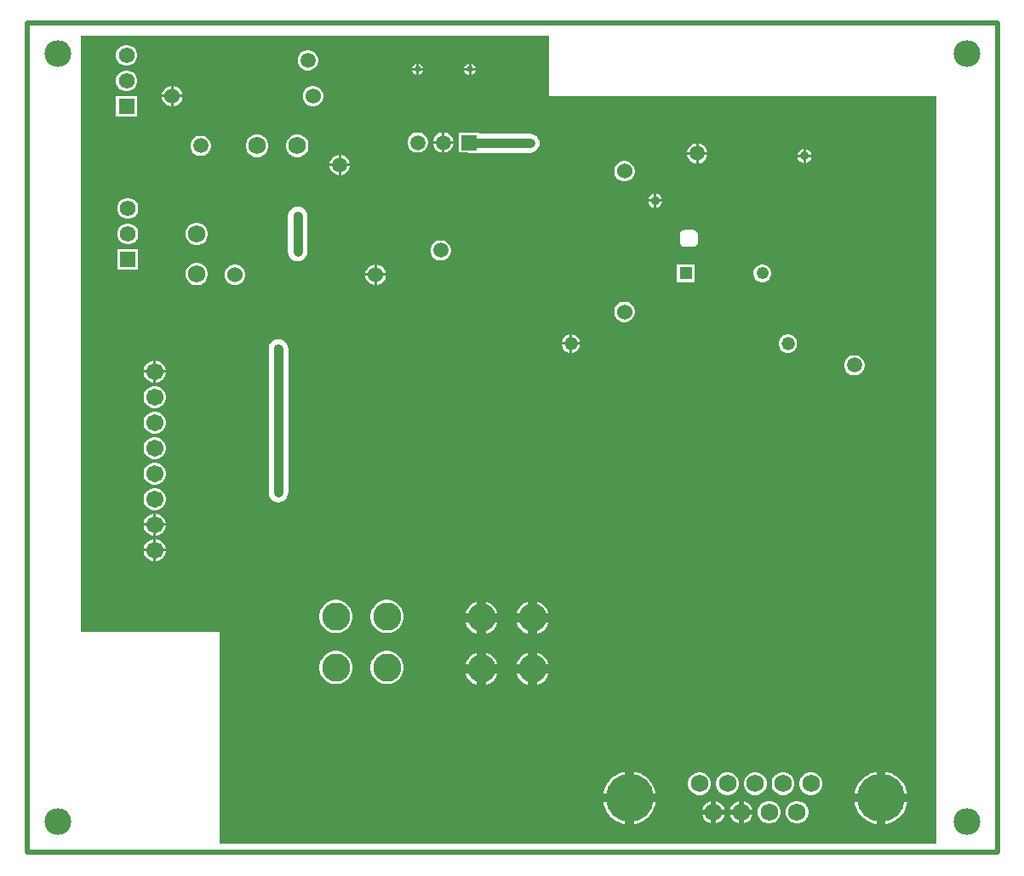
<source format=gbl>
G04*
G04 #@! TF.GenerationSoftware,Altium Limited,Altium Designer,21.7.2 (23)*
G04*
G04 Layer_Physical_Order=2*
G04 Layer_Color=16711680*
%FSLAX25Y25*%
%MOIN*%
G70*
G04*
G04 #@! TF.SameCoordinates,983130B8-92BF-46AA-B9C2-0BED91E800B6*
G04*
G04*
G04 #@! TF.FilePolarity,Positive*
G04*
G01*
G75*
%ADD11C,0.01000*%
%ADD12C,0.02000*%
%ADD26C,0.05200*%
%ADD27R,0.04900X0.04900*%
%ADD28C,0.04900*%
%ADD30C,0.06700*%
%ADD41C,0.03500*%
%ADD45C,0.05906*%
%ADD46C,0.06799*%
%ADD47C,0.06000*%
%ADD48R,0.05937X0.05937*%
%ADD49C,0.05937*%
%ADD50R,0.06201X0.06201*%
%ADD51C,0.06201*%
%ADD52C,0.11000*%
%ADD53C,0.06909*%
%ADD54C,0.18779*%
%ADD55C,0.03500*%
%ADD56C,0.10500*%
%ADD57C,0.02500*%
G36*
X204500Y296500D02*
X356000D01*
Y3500D01*
X75500D01*
Y86500D01*
X21000D01*
Y320000D01*
X204500D01*
Y296500D01*
D02*
G37*
%LPC*%
G36*
X39540Y316600D02*
X38460D01*
X37417Y316321D01*
X36482Y315781D01*
X35719Y315018D01*
X35179Y314083D01*
X34900Y313040D01*
Y311960D01*
X35179Y310917D01*
X35719Y309982D01*
X36482Y309219D01*
X37417Y308679D01*
X38460Y308400D01*
X39540D01*
X40583Y308679D01*
X41518Y309219D01*
X42281Y309982D01*
X42821Y310917D01*
X43100Y311960D01*
Y313040D01*
X42821Y314083D01*
X42281Y315018D01*
X41518Y315781D01*
X40583Y316321D01*
X39540Y316600D01*
D02*
G37*
G36*
X174000Y309243D02*
Y307515D01*
X175728D01*
X175408Y308290D01*
X174775Y308922D01*
X174000Y309243D01*
D02*
G37*
G36*
X173000D02*
X172225Y308922D01*
X171592Y308290D01*
X171272Y307515D01*
X173000D01*
Y309243D01*
D02*
G37*
G36*
X153500Y309228D02*
Y307500D01*
X155228D01*
X154908Y308275D01*
X154274Y308908D01*
X153500Y309228D01*
D02*
G37*
G36*
X152500D02*
X151725Y308908D01*
X151093Y308275D01*
X150772Y307500D01*
X152500D01*
Y309228D01*
D02*
G37*
G36*
X110520Y314453D02*
X109480D01*
X108474Y314183D01*
X107573Y313663D01*
X106837Y312927D01*
X106317Y312026D01*
X106047Y311020D01*
Y309980D01*
X106317Y308974D01*
X106837Y308073D01*
X107573Y307337D01*
X108474Y306817D01*
X109480Y306547D01*
X110520D01*
X111526Y306817D01*
X112427Y307337D01*
X113163Y308073D01*
X113683Y308974D01*
X113953Y309980D01*
Y311020D01*
X113683Y312026D01*
X113163Y312927D01*
X112427Y313663D01*
X111526Y314183D01*
X110520Y314453D01*
D02*
G37*
G36*
X175728Y306515D02*
X174000D01*
Y304787D01*
X174775Y305107D01*
X175408Y305740D01*
X175728Y306515D01*
D02*
G37*
G36*
X173000D02*
X171272D01*
X171592Y305740D01*
X172225Y305107D01*
X173000Y304787D01*
Y306515D01*
D02*
G37*
G36*
X155228Y306500D02*
X153500D01*
Y304772D01*
X154274Y305093D01*
X154908Y305726D01*
X155228Y306500D01*
D02*
G37*
G36*
X152500D02*
X150772D01*
X151093Y305726D01*
X151725Y305093D01*
X152500Y304772D01*
Y306500D01*
D02*
G37*
G36*
X39540Y306600D02*
X38460D01*
X37417Y306321D01*
X36482Y305781D01*
X35719Y305018D01*
X35179Y304083D01*
X34900Y303040D01*
Y301960D01*
X35179Y300917D01*
X35719Y299982D01*
X36482Y299219D01*
X37417Y298679D01*
X38460Y298400D01*
X39540D01*
X40583Y298679D01*
X41518Y299219D01*
X42281Y299982D01*
X42821Y300917D01*
X43100Y301960D01*
Y303040D01*
X42821Y304083D01*
X42281Y305018D01*
X41518Y305781D01*
X40583Y306321D01*
X39540Y306600D01*
D02*
G37*
G36*
X57468Y300500D02*
X57441D01*
Y297000D01*
X60941D01*
Y297027D01*
X60668Y298044D01*
X60142Y298956D01*
X59397Y299701D01*
X58485Y300227D01*
X57468Y300500D01*
D02*
G37*
G36*
X56441D02*
X56414D01*
X55397Y300227D01*
X54485Y299701D01*
X53740Y298956D01*
X53214Y298044D01*
X52941Y297027D01*
Y297000D01*
X56441D01*
Y300500D01*
D02*
G37*
G36*
X112586D02*
X111532D01*
X110515Y300227D01*
X109603Y299701D01*
X108858Y298956D01*
X108332Y298044D01*
X108059Y297027D01*
Y295973D01*
X108332Y294956D01*
X108858Y294044D01*
X109603Y293299D01*
X110515Y292773D01*
X111532Y292500D01*
X112586D01*
X113603Y292773D01*
X114515Y293299D01*
X115260Y294044D01*
X115786Y294956D01*
X116059Y295973D01*
Y297027D01*
X115786Y298044D01*
X115260Y298956D01*
X114515Y299701D01*
X113603Y300227D01*
X112586Y300500D01*
D02*
G37*
G36*
X60941Y296000D02*
X57441D01*
Y292500D01*
X57468D01*
X58485Y292773D01*
X59397Y293299D01*
X60142Y294044D01*
X60668Y294956D01*
X60941Y295973D01*
Y296000D01*
D02*
G37*
G36*
X56441D02*
X52941D01*
Y295973D01*
X53214Y294956D01*
X53740Y294044D01*
X54485Y293299D01*
X55397Y292773D01*
X56414Y292500D01*
X56441D01*
Y296000D01*
D02*
G37*
G36*
X43100Y296600D02*
X34900D01*
Y288400D01*
X43100D01*
Y296600D01*
D02*
G37*
G36*
X163523Y282268D02*
X163500D01*
Y278799D01*
X166969D01*
Y278822D01*
X166698Y279831D01*
X166176Y280736D01*
X165437Y281475D01*
X164532Y281997D01*
X163523Y282268D01*
D02*
G37*
G36*
X162500D02*
X162478D01*
X161468Y281997D01*
X160563Y281475D01*
X159824Y280736D01*
X159302Y279831D01*
X159031Y278822D01*
Y278799D01*
X162500D01*
Y282268D01*
D02*
G37*
G36*
X263020Y277953D02*
X263000D01*
Y274500D01*
X266453D01*
Y274520D01*
X266183Y275526D01*
X265663Y276427D01*
X264927Y277163D01*
X264026Y277683D01*
X263020Y277953D01*
D02*
G37*
G36*
X262000D02*
X261980D01*
X260974Y277683D01*
X260073Y277163D01*
X259337Y276427D01*
X258817Y275526D01*
X258547Y274520D01*
Y274500D01*
X262000D01*
Y277953D01*
D02*
G37*
G36*
X166969Y277799D02*
X163500D01*
Y274331D01*
X163523D01*
X164532Y274601D01*
X165437Y275124D01*
X166176Y275863D01*
X166698Y276767D01*
X166969Y277777D01*
Y277799D01*
D02*
G37*
G36*
X162500D02*
X159031D01*
Y277777D01*
X159302Y276767D01*
X159824Y275863D01*
X160563Y275124D01*
X161468Y274601D01*
X162478Y274331D01*
X162500D01*
Y277799D01*
D02*
G37*
G36*
X153523Y282268D02*
X152478D01*
X151468Y281997D01*
X150563Y281475D01*
X149824Y280736D01*
X149302Y279831D01*
X149031Y278822D01*
Y277777D01*
X149302Y276767D01*
X149824Y275863D01*
X150563Y275124D01*
X151468Y274601D01*
X152478Y274331D01*
X153523D01*
X154532Y274601D01*
X155437Y275124D01*
X156176Y275863D01*
X156698Y276767D01*
X156968Y277777D01*
Y278822D01*
X156698Y279831D01*
X156176Y280736D01*
X155437Y281475D01*
X154532Y281997D01*
X153523Y282268D01*
D02*
G37*
G36*
X176969D02*
X169032D01*
Y274331D01*
X172440D01*
X173299Y274218D01*
X197000D01*
X197979Y274346D01*
X198891Y274724D01*
X199674Y275325D01*
X200276Y276109D01*
X200654Y277021D01*
X200782Y278000D01*
X200654Y278979D01*
X200276Y279891D01*
X199674Y280675D01*
X198891Y281276D01*
X197979Y281653D01*
X197000Y281782D01*
X176969D01*
Y282268D01*
D02*
G37*
G36*
X305000Y275713D02*
Y273500D01*
X307213D01*
X307063Y274061D01*
X306701Y274689D01*
X306189Y275201D01*
X305561Y275563D01*
X305000Y275713D01*
D02*
G37*
G36*
X304000D02*
X303438Y275563D01*
X302812Y275201D01*
X302299Y274689D01*
X301937Y274061D01*
X301787Y273500D01*
X304000D01*
Y275713D01*
D02*
G37*
G36*
X68520Y280953D02*
X67480D01*
X66474Y280683D01*
X65573Y280163D01*
X64837Y279427D01*
X64317Y278526D01*
X64047Y277520D01*
Y276480D01*
X64317Y275474D01*
X64837Y274573D01*
X65573Y273837D01*
X66474Y273317D01*
X67480Y273047D01*
X68520D01*
X69526Y273317D01*
X70427Y273837D01*
X71163Y274573D01*
X71683Y275474D01*
X71953Y276480D01*
Y277520D01*
X71683Y278526D01*
X71163Y279427D01*
X70427Y280163D01*
X69526Y280683D01*
X68520Y280953D01*
D02*
G37*
G36*
X106453Y281400D02*
X105295D01*
X104176Y281100D01*
X103173Y280521D01*
X102354Y279701D01*
X101774Y278698D01*
X101474Y277579D01*
Y276421D01*
X101774Y275302D01*
X102354Y274299D01*
X103173Y273479D01*
X104176Y272900D01*
X105295Y272600D01*
X106453D01*
X107572Y272900D01*
X108575Y273479D01*
X109395Y274299D01*
X109974Y275302D01*
X110274Y276421D01*
Y277579D01*
X109974Y278698D01*
X109395Y279701D01*
X108575Y280521D01*
X107572Y281100D01*
X106453Y281400D01*
D02*
G37*
G36*
X90705D02*
X89547D01*
X88428Y281100D01*
X87425Y280521D01*
X86605Y279701D01*
X86026Y278698D01*
X85726Y277579D01*
Y276421D01*
X86026Y275302D01*
X86605Y274299D01*
X87425Y273479D01*
X88428Y272900D01*
X89547Y272600D01*
X90705D01*
X91824Y272900D01*
X92827Y273479D01*
X93647Y274299D01*
X94226Y275302D01*
X94526Y276421D01*
Y277579D01*
X94226Y278698D01*
X93647Y279701D01*
X92827Y280521D01*
X91824Y281100D01*
X90705Y281400D01*
D02*
G37*
G36*
X307213Y272500D02*
X305000D01*
Y270287D01*
X305561Y270437D01*
X306189Y270799D01*
X306701Y271311D01*
X307063Y271938D01*
X307213Y272500D01*
D02*
G37*
G36*
X304000D02*
X301787D01*
X301937Y271938D01*
X302299Y271311D01*
X302812Y270799D01*
X303438Y270437D01*
X304000Y270287D01*
Y272500D01*
D02*
G37*
G36*
X266453Y273500D02*
X263000D01*
Y270047D01*
X263020D01*
X264026Y270317D01*
X264927Y270837D01*
X265663Y271573D01*
X266183Y272474D01*
X266453Y273480D01*
Y273500D01*
D02*
G37*
G36*
X262000D02*
X258547D01*
Y273480D01*
X258817Y272474D01*
X259337Y271573D01*
X260073Y270837D01*
X260974Y270317D01*
X261980Y270047D01*
X262000D01*
Y273500D01*
D02*
G37*
G36*
X123020Y273453D02*
X123000D01*
Y270000D01*
X126453D01*
Y270020D01*
X126183Y271026D01*
X125663Y271927D01*
X124927Y272663D01*
X124026Y273183D01*
X123020Y273453D01*
D02*
G37*
G36*
X122000D02*
X121980D01*
X120974Y273183D01*
X120073Y272663D01*
X119337Y271927D01*
X118817Y271026D01*
X118547Y270020D01*
Y270000D01*
X122000D01*
Y273453D01*
D02*
G37*
G36*
X126453Y269000D02*
X123000D01*
Y265547D01*
X123020D01*
X124026Y265817D01*
X124927Y266337D01*
X125663Y267073D01*
X126183Y267974D01*
X126453Y268980D01*
Y269000D01*
D02*
G37*
G36*
X122000D02*
X118547D01*
Y268980D01*
X118817Y267974D01*
X119337Y267073D01*
X120073Y266337D01*
X120974Y265817D01*
X121980Y265547D01*
X122000D01*
Y269000D01*
D02*
G37*
G36*
X234527Y271059D02*
X233473D01*
X232456Y270786D01*
X231544Y270260D01*
X230799Y269515D01*
X230273Y268603D01*
X230000Y267586D01*
Y266532D01*
X230273Y265515D01*
X230799Y264603D01*
X231544Y263858D01*
X232456Y263332D01*
X233473Y263059D01*
X234527D01*
X235544Y263332D01*
X236456Y263858D01*
X237201Y264603D01*
X237727Y265515D01*
X238000Y266532D01*
Y267586D01*
X237727Y268603D01*
X237201Y269515D01*
X236456Y270260D01*
X235544Y270786D01*
X234527Y271059D01*
D02*
G37*
G36*
X246500Y258213D02*
Y256000D01*
X248713D01*
X248563Y256561D01*
X248201Y257189D01*
X247689Y257701D01*
X247061Y258063D01*
X246500Y258213D01*
D02*
G37*
G36*
X245500D02*
X244938Y258063D01*
X244311Y257701D01*
X243799Y257189D01*
X243437Y256561D01*
X243287Y256000D01*
X245500D01*
Y258213D01*
D02*
G37*
G36*
X248713Y255000D02*
X246500D01*
Y252787D01*
X247061Y252937D01*
X247689Y253299D01*
X248201Y253812D01*
X248563Y254438D01*
X248713Y255000D01*
D02*
G37*
G36*
X245500D02*
X243287D01*
X243437Y254438D01*
X243799Y253812D01*
X244311Y253299D01*
X244938Y252937D01*
X245500Y252787D01*
Y255000D01*
D02*
G37*
G36*
X40040Y256600D02*
X38960D01*
X37917Y256321D01*
X36982Y255781D01*
X36219Y255018D01*
X35679Y254083D01*
X35400Y253040D01*
Y251960D01*
X35679Y250917D01*
X36219Y249982D01*
X36982Y249219D01*
X37917Y248679D01*
X38960Y248400D01*
X40040D01*
X41083Y248679D01*
X42018Y249219D01*
X42781Y249982D01*
X43321Y250917D01*
X43600Y251960D01*
Y253040D01*
X43321Y254083D01*
X42781Y255018D01*
X42018Y255781D01*
X41083Y256321D01*
X40040Y256600D01*
D02*
G37*
G36*
Y246600D02*
X38960D01*
X37917Y246321D01*
X36982Y245781D01*
X36219Y245018D01*
X35679Y244083D01*
X35400Y243040D01*
Y241960D01*
X35679Y240917D01*
X36219Y239982D01*
X36982Y239219D01*
X37917Y238679D01*
X38960Y238400D01*
X40040D01*
X41083Y238679D01*
X42018Y239219D01*
X42781Y239982D01*
X43321Y240917D01*
X43600Y241960D01*
Y243040D01*
X43321Y244083D01*
X42781Y245018D01*
X42018Y245781D01*
X41083Y246321D01*
X40040Y246600D01*
D02*
G37*
G36*
X67079Y246900D02*
X65921D01*
X64802Y246600D01*
X63799Y246021D01*
X62979Y245201D01*
X62400Y244198D01*
X62100Y243079D01*
Y241921D01*
X62400Y240802D01*
X62979Y239799D01*
X63799Y238979D01*
X64802Y238400D01*
X65921Y238100D01*
X67079D01*
X68198Y238400D01*
X69201Y238979D01*
X70021Y239799D01*
X70600Y240802D01*
X70900Y241921D01*
Y243079D01*
X70600Y244198D01*
X70021Y245201D01*
X69201Y246021D01*
X68198Y246600D01*
X67079Y246900D01*
D02*
G37*
G36*
X260835Y244130D02*
X257685D01*
X256905Y243974D01*
X256243Y243532D01*
X255801Y242871D01*
X255646Y242091D01*
Y239531D01*
X255801Y238751D01*
X256243Y238090D01*
X256905Y237648D01*
X257685Y237492D01*
X260835D01*
X261615Y237648D01*
X262277Y238090D01*
X262719Y238751D01*
X262874Y239531D01*
Y242091D01*
X262719Y242871D01*
X262277Y243532D01*
X261615Y243974D01*
X260835Y244130D01*
D02*
G37*
G36*
X162520Y239953D02*
X161480D01*
X160474Y239683D01*
X159573Y239163D01*
X158837Y238427D01*
X158317Y237526D01*
X158047Y236520D01*
Y235480D01*
X158317Y234474D01*
X158837Y233573D01*
X159573Y232837D01*
X160474Y232317D01*
X161480Y232047D01*
X162520D01*
X163526Y232317D01*
X164427Y232837D01*
X165163Y233573D01*
X165683Y234474D01*
X165953Y235480D01*
Y236520D01*
X165683Y237526D01*
X165163Y238427D01*
X164427Y239163D01*
X163526Y239683D01*
X162520Y239953D01*
D02*
G37*
G36*
X106000Y253282D02*
X105021Y253153D01*
X104109Y252776D01*
X103325Y252174D01*
X102724Y251391D01*
X102347Y250479D01*
X102218Y249500D01*
Y235500D01*
X102347Y234521D01*
X102724Y233609D01*
X103325Y232825D01*
X104109Y232224D01*
X105021Y231846D01*
X106000Y231718D01*
X106979Y231846D01*
X107891Y232224D01*
X108675Y232825D01*
X109276Y233609D01*
X109653Y234521D01*
X109782Y235500D01*
Y249500D01*
X109653Y250479D01*
X109276Y251391D01*
X108675Y252174D01*
X107891Y252776D01*
X106979Y253153D01*
X106000Y253282D01*
D02*
G37*
G36*
X43600Y236600D02*
X35400D01*
Y228400D01*
X43600D01*
Y236600D01*
D02*
G37*
G36*
X137086Y230500D02*
X137059D01*
Y227000D01*
X140559D01*
Y227027D01*
X140286Y228044D01*
X139760Y228956D01*
X139015Y229701D01*
X138103Y230227D01*
X137086Y230500D01*
D02*
G37*
G36*
X136059D02*
X136032D01*
X135015Y230227D01*
X134103Y229701D01*
X133358Y228956D01*
X132832Y228044D01*
X132559Y227027D01*
Y227000D01*
X136059D01*
Y230500D01*
D02*
G37*
G36*
X288454Y230450D02*
X287546D01*
X286668Y230215D01*
X285882Y229761D01*
X285239Y229118D01*
X284785Y228332D01*
X284550Y227454D01*
Y226546D01*
X284785Y225668D01*
X285239Y224882D01*
X285882Y224239D01*
X286668Y223785D01*
X287546Y223550D01*
X288454D01*
X289332Y223785D01*
X290118Y224239D01*
X290761Y224882D01*
X291215Y225668D01*
X291450Y226546D01*
Y227454D01*
X291215Y228332D01*
X290761Y229118D01*
X290118Y229761D01*
X289332Y230215D01*
X288454Y230450D01*
D02*
G37*
G36*
X261450D02*
X254550D01*
Y223550D01*
X261450D01*
Y230450D01*
D02*
G37*
G36*
X140559Y226000D02*
X137059D01*
Y222500D01*
X137086D01*
X138103Y222773D01*
X139015Y223299D01*
X139760Y224044D01*
X140286Y224956D01*
X140559Y225973D01*
Y226000D01*
D02*
G37*
G36*
X136059D02*
X132559D01*
Y225973D01*
X132832Y224956D01*
X133358Y224044D01*
X134103Y223299D01*
X135015Y222773D01*
X136032Y222500D01*
X136059D01*
Y226000D01*
D02*
G37*
G36*
X81968Y230500D02*
X80914D01*
X79897Y230227D01*
X78985Y229701D01*
X78240Y228956D01*
X77714Y228044D01*
X77441Y227027D01*
Y225973D01*
X77714Y224956D01*
X78240Y224044D01*
X78985Y223299D01*
X79897Y222773D01*
X80914Y222500D01*
X81968D01*
X82985Y222773D01*
X83897Y223299D01*
X84642Y224044D01*
X85168Y224956D01*
X85441Y225973D01*
Y227027D01*
X85168Y228044D01*
X84642Y228956D01*
X83897Y229701D01*
X82985Y230227D01*
X81968Y230500D01*
D02*
G37*
G36*
X67079Y231152D02*
X65921D01*
X64802Y230852D01*
X63799Y230273D01*
X62979Y229453D01*
X62400Y228450D01*
X62100Y227331D01*
Y226173D01*
X62400Y225054D01*
X62979Y224050D01*
X63799Y223231D01*
X64802Y222652D01*
X65921Y222352D01*
X67079D01*
X68198Y222652D01*
X69201Y223231D01*
X70021Y224050D01*
X70600Y225054D01*
X70900Y226173D01*
Y227331D01*
X70600Y228450D01*
X70021Y229453D01*
X69201Y230273D01*
X68198Y230852D01*
X67079Y231152D01*
D02*
G37*
G36*
X234527Y215941D02*
X233473D01*
X232456Y215668D01*
X231544Y215142D01*
X230799Y214397D01*
X230273Y213485D01*
X230000Y212468D01*
Y211414D01*
X230273Y210397D01*
X230799Y209485D01*
X231544Y208740D01*
X232456Y208214D01*
X233473Y207941D01*
X234527D01*
X235544Y208214D01*
X236456Y208740D01*
X237201Y209485D01*
X237727Y210397D01*
X238000Y211414D01*
Y212468D01*
X237727Y213485D01*
X237201Y214397D01*
X236456Y215142D01*
X235544Y215668D01*
X234527Y215941D01*
D02*
G37*
G36*
X213500Y203093D02*
Y200000D01*
X216593D01*
X216355Y200890D01*
X215881Y201710D01*
X215210Y202381D01*
X214390Y202855D01*
X213500Y203093D01*
D02*
G37*
G36*
X212500D02*
X211610Y202855D01*
X210790Y202381D01*
X210119Y201710D01*
X209645Y200890D01*
X209407Y200000D01*
X212500D01*
Y203093D01*
D02*
G37*
G36*
X216593Y199000D02*
X213500D01*
Y195907D01*
X214390Y196145D01*
X215210Y196619D01*
X215881Y197290D01*
X216355Y198110D01*
X216593Y199000D01*
D02*
G37*
G36*
X212500D02*
X209407D01*
X209645Y198110D01*
X210119Y197290D01*
X210790Y196619D01*
X211610Y196145D01*
X212500Y195907D01*
Y199000D01*
D02*
G37*
G36*
X298474Y203100D02*
X297526D01*
X296610Y202855D01*
X295790Y202381D01*
X295119Y201710D01*
X294645Y200890D01*
X294400Y199974D01*
Y199026D01*
X294645Y198110D01*
X295119Y197290D01*
X295790Y196619D01*
X296610Y196145D01*
X297526Y195900D01*
X298474D01*
X299390Y196145D01*
X300210Y196619D01*
X300881Y197290D01*
X301355Y198110D01*
X301600Y199026D01*
Y199974D01*
X301355Y200890D01*
X300881Y201710D01*
X300210Y202381D01*
X299390Y202855D01*
X298474Y203100D01*
D02*
G37*
G36*
X50573Y192850D02*
X50500D01*
Y189000D01*
X54350D01*
Y189073D01*
X54054Y190179D01*
X53481Y191171D01*
X52671Y191981D01*
X51679Y192554D01*
X50573Y192850D01*
D02*
G37*
G36*
X49500D02*
X49427D01*
X48321Y192554D01*
X47329Y191981D01*
X46519Y191171D01*
X45946Y190179D01*
X45650Y189073D01*
Y189000D01*
X49500D01*
Y192850D01*
D02*
G37*
G36*
X324520Y194953D02*
X323480D01*
X322474Y194683D01*
X321573Y194163D01*
X320837Y193427D01*
X320317Y192526D01*
X320047Y191520D01*
Y190480D01*
X320317Y189474D01*
X320837Y188573D01*
X321573Y187837D01*
X322474Y187317D01*
X323480Y187047D01*
X324520D01*
X325526Y187317D01*
X326427Y187837D01*
X327163Y188573D01*
X327683Y189474D01*
X327953Y190480D01*
Y191520D01*
X327683Y192526D01*
X327163Y193427D01*
X326427Y194163D01*
X325526Y194683D01*
X324520Y194953D01*
D02*
G37*
G36*
X54350Y188000D02*
X50500D01*
Y184150D01*
X50573D01*
X51679Y184446D01*
X52671Y185019D01*
X53481Y185829D01*
X54054Y186821D01*
X54350Y187927D01*
Y188000D01*
D02*
G37*
G36*
X49500D02*
X45650D01*
Y187927D01*
X45946Y186821D01*
X46519Y185829D01*
X47329Y185019D01*
X48321Y184446D01*
X49427Y184150D01*
X49500D01*
Y188000D01*
D02*
G37*
G36*
X50573Y182850D02*
X49427D01*
X48321Y182554D01*
X47329Y181981D01*
X46519Y181171D01*
X45946Y180179D01*
X45650Y179073D01*
Y177927D01*
X45946Y176821D01*
X46519Y175829D01*
X47329Y175019D01*
X48321Y174446D01*
X49427Y174150D01*
X50573D01*
X51679Y174446D01*
X52671Y175019D01*
X53481Y175829D01*
X54054Y176821D01*
X54350Y177927D01*
Y179073D01*
X54054Y180179D01*
X53481Y181171D01*
X52671Y181981D01*
X51679Y182554D01*
X50573Y182850D01*
D02*
G37*
G36*
Y172850D02*
X49427D01*
X48321Y172554D01*
X47329Y171981D01*
X46519Y171171D01*
X45946Y170179D01*
X45650Y169073D01*
Y167927D01*
X45946Y166821D01*
X46519Y165829D01*
X47329Y165019D01*
X48321Y164446D01*
X49427Y164150D01*
X50573D01*
X51679Y164446D01*
X52671Y165019D01*
X53481Y165829D01*
X54054Y166821D01*
X54350Y167927D01*
Y169073D01*
X54054Y170179D01*
X53481Y171171D01*
X52671Y171981D01*
X51679Y172554D01*
X50573Y172850D01*
D02*
G37*
G36*
Y162850D02*
X49427D01*
X48321Y162554D01*
X47329Y161981D01*
X46519Y161171D01*
X45946Y160179D01*
X45650Y159073D01*
Y157927D01*
X45946Y156821D01*
X46519Y155829D01*
X47329Y155019D01*
X48321Y154446D01*
X49427Y154150D01*
X50573D01*
X51679Y154446D01*
X52671Y155019D01*
X53481Y155829D01*
X54054Y156821D01*
X54350Y157927D01*
Y159073D01*
X54054Y160179D01*
X53481Y161171D01*
X52671Y161981D01*
X51679Y162554D01*
X50573Y162850D01*
D02*
G37*
G36*
Y152850D02*
X49427D01*
X48321Y152554D01*
X47329Y151981D01*
X46519Y151171D01*
X45946Y150179D01*
X45650Y149073D01*
Y147927D01*
X45946Y146821D01*
X46519Y145829D01*
X47329Y145019D01*
X48321Y144446D01*
X49427Y144150D01*
X50573D01*
X51679Y144446D01*
X52671Y145019D01*
X53481Y145829D01*
X54054Y146821D01*
X54350Y147927D01*
Y149073D01*
X54054Y150179D01*
X53481Y151171D01*
X52671Y151981D01*
X51679Y152554D01*
X50573Y152850D01*
D02*
G37*
G36*
X98500Y201282D02*
X97521Y201153D01*
X96609Y200776D01*
X95825Y200174D01*
X95224Y199391D01*
X94846Y198479D01*
X94718Y197500D01*
Y141000D01*
X94846Y140021D01*
X95224Y139109D01*
X95825Y138326D01*
X96609Y137724D01*
X97521Y137346D01*
X98500Y137218D01*
X99479Y137346D01*
X100391Y137724D01*
X101174Y138326D01*
X101776Y139109D01*
X102154Y140021D01*
X102282Y141000D01*
Y197500D01*
X102154Y198479D01*
X101776Y199391D01*
X101174Y200174D01*
X100391Y200776D01*
X99479Y201153D01*
X98500Y201282D01*
D02*
G37*
G36*
X50573Y142850D02*
X49427D01*
X48321Y142554D01*
X47329Y141981D01*
X46519Y141171D01*
X45946Y140179D01*
X45650Y139073D01*
Y137927D01*
X45946Y136821D01*
X46519Y135829D01*
X47329Y135019D01*
X48321Y134446D01*
X49427Y134150D01*
X50573D01*
X51679Y134446D01*
X52671Y135019D01*
X53481Y135829D01*
X54054Y136821D01*
X54350Y137927D01*
Y139073D01*
X54054Y140179D01*
X53481Y141171D01*
X52671Y141981D01*
X51679Y142554D01*
X50573Y142850D01*
D02*
G37*
G36*
Y132850D02*
X50500D01*
Y129000D01*
X54350D01*
Y129073D01*
X54054Y130179D01*
X53481Y131171D01*
X52671Y131981D01*
X51679Y132554D01*
X50573Y132850D01*
D02*
G37*
G36*
X49500D02*
X49427D01*
X48321Y132554D01*
X47329Y131981D01*
X46519Y131171D01*
X45946Y130179D01*
X45650Y129073D01*
Y129000D01*
X49500D01*
Y132850D01*
D02*
G37*
G36*
X54350Y128000D02*
X50500D01*
Y124150D01*
X50573D01*
X51679Y124446D01*
X52671Y125019D01*
X53481Y125829D01*
X54054Y126821D01*
X54350Y127927D01*
Y128000D01*
D02*
G37*
G36*
X49500D02*
X45650D01*
Y127927D01*
X45946Y126821D01*
X46519Y125829D01*
X47329Y125019D01*
X48321Y124446D01*
X49427Y124150D01*
X49500D01*
Y128000D01*
D02*
G37*
G36*
X50573Y122850D02*
X50500D01*
Y119000D01*
X54350D01*
Y119073D01*
X54054Y120179D01*
X53481Y121171D01*
X52671Y121981D01*
X51679Y122554D01*
X50573Y122850D01*
D02*
G37*
G36*
X49500D02*
X49427D01*
X48321Y122554D01*
X47329Y121981D01*
X46519Y121171D01*
X45946Y120179D01*
X45650Y119073D01*
Y119000D01*
X49500D01*
Y122850D01*
D02*
G37*
G36*
X54350Y118000D02*
X50500D01*
Y114150D01*
X50573D01*
X51679Y114446D01*
X52671Y115019D01*
X53481Y115829D01*
X54054Y116821D01*
X54350Y117927D01*
Y118000D01*
D02*
G37*
G36*
X49500D02*
X45650D01*
Y117927D01*
X45946Y116821D01*
X46519Y115829D01*
X47329Y115019D01*
X48321Y114446D01*
X49427Y114150D01*
X49500D01*
Y118000D01*
D02*
G37*
G36*
X199750Y98279D02*
Y93750D01*
X204279D01*
X204250Y93896D01*
X203760Y95079D01*
X203049Y96144D01*
X202144Y97049D01*
X201079Y97760D01*
X199896Y98250D01*
X199750Y98279D01*
D02*
G37*
G36*
X179750D02*
Y93750D01*
X184279D01*
X184250Y93896D01*
X183760Y95079D01*
X183049Y96144D01*
X182143Y97049D01*
X181079Y97760D01*
X179896Y98250D01*
X179750Y98279D01*
D02*
G37*
G36*
X176250D02*
X176104Y98250D01*
X174921Y97760D01*
X173856Y97049D01*
X172951Y96144D01*
X172240Y95079D01*
X171750Y93896D01*
X171721Y93750D01*
X176250D01*
Y98279D01*
D02*
G37*
G36*
X196250D02*
X196104Y98250D01*
X194921Y97760D01*
X193857Y97049D01*
X192951Y96144D01*
X192240Y95079D01*
X191750Y93896D01*
X191721Y93750D01*
X196250D01*
Y98279D01*
D02*
G37*
G36*
X141640Y99000D02*
X140360D01*
X139104Y98750D01*
X137921Y98260D01*
X136856Y97549D01*
X135951Y96644D01*
X135240Y95579D01*
X134750Y94396D01*
X134500Y93140D01*
Y91860D01*
X134750Y90604D01*
X135240Y89421D01*
X135951Y88357D01*
X136856Y87451D01*
X137921Y86740D01*
X139104Y86250D01*
X140360Y86000D01*
X141640D01*
X142896Y86250D01*
X144079Y86740D01*
X145143Y87451D01*
X146049Y88357D01*
X146760Y89421D01*
X147250Y90604D01*
X147500Y91860D01*
Y93140D01*
X147250Y94396D01*
X146760Y95579D01*
X146049Y96644D01*
X145143Y97549D01*
X144079Y98260D01*
X142896Y98750D01*
X141640Y99000D01*
D02*
G37*
G36*
X121640D02*
X120360D01*
X119104Y98750D01*
X117921Y98260D01*
X116857Y97549D01*
X115951Y96644D01*
X115240Y95579D01*
X114750Y94396D01*
X114500Y93140D01*
Y91860D01*
X114750Y90604D01*
X115240Y89421D01*
X115951Y88357D01*
X116857Y87451D01*
X117921Y86740D01*
X119104Y86250D01*
X120360Y86000D01*
X121640D01*
X122896Y86250D01*
X124079Y86740D01*
X125144Y87451D01*
X126049Y88357D01*
X126760Y89421D01*
X127250Y90604D01*
X127500Y91860D01*
Y93140D01*
X127250Y94396D01*
X126760Y95579D01*
X126049Y96644D01*
X125144Y97549D01*
X124079Y98260D01*
X122896Y98750D01*
X121640Y99000D01*
D02*
G37*
G36*
X204279Y90250D02*
X199750D01*
Y85721D01*
X199896Y85750D01*
X201079Y86240D01*
X202144Y86951D01*
X203049Y87857D01*
X203760Y88921D01*
X204250Y90104D01*
X204279Y90250D01*
D02*
G37*
G36*
X184279D02*
X179750D01*
Y85721D01*
X179896Y85750D01*
X181079Y86240D01*
X182143Y86951D01*
X183049Y87857D01*
X183760Y88921D01*
X184250Y90104D01*
X184279Y90250D01*
D02*
G37*
G36*
X176250D02*
X171721D01*
X171750Y90104D01*
X172240Y88921D01*
X172951Y87857D01*
X173856Y86951D01*
X174921Y86240D01*
X176104Y85750D01*
X176250Y85721D01*
Y90250D01*
D02*
G37*
G36*
X196250D02*
X191721D01*
X191750Y90104D01*
X192240Y88921D01*
X192951Y87857D01*
X193857Y86951D01*
X194921Y86240D01*
X196104Y85750D01*
X196250Y85721D01*
Y90250D01*
D02*
G37*
G36*
X199750Y78279D02*
Y73750D01*
X204279D01*
X204250Y73896D01*
X203760Y75079D01*
X203049Y76143D01*
X202144Y77049D01*
X201079Y77760D01*
X199896Y78250D01*
X199750Y78279D01*
D02*
G37*
G36*
X179750D02*
Y73750D01*
X184279D01*
X184250Y73896D01*
X183760Y75079D01*
X183049Y76143D01*
X182143Y77049D01*
X181079Y77760D01*
X179896Y78250D01*
X179750Y78279D01*
D02*
G37*
G36*
X176250D02*
X176104Y78250D01*
X174921Y77760D01*
X173856Y77049D01*
X172951Y76143D01*
X172240Y75079D01*
X171750Y73896D01*
X171721Y73750D01*
X176250D01*
Y78279D01*
D02*
G37*
G36*
X196250D02*
X196104Y78250D01*
X194921Y77760D01*
X193857Y77049D01*
X192951Y76143D01*
X192240Y75079D01*
X191750Y73896D01*
X191721Y73750D01*
X196250D01*
Y78279D01*
D02*
G37*
G36*
X141640Y79000D02*
X140360D01*
X139104Y78750D01*
X137921Y78260D01*
X136856Y77549D01*
X135951Y76644D01*
X135240Y75579D01*
X134750Y74396D01*
X134500Y73140D01*
Y71860D01*
X134750Y70604D01*
X135240Y69421D01*
X135951Y68357D01*
X136856Y67451D01*
X137921Y66740D01*
X139104Y66250D01*
X140360Y66000D01*
X141640D01*
X142896Y66250D01*
X144079Y66740D01*
X145143Y67451D01*
X146049Y68357D01*
X146760Y69421D01*
X147250Y70604D01*
X147500Y71860D01*
Y73140D01*
X147250Y74396D01*
X146760Y75579D01*
X146049Y76644D01*
X145143Y77549D01*
X144079Y78260D01*
X142896Y78750D01*
X141640Y79000D01*
D02*
G37*
G36*
X121640D02*
X120360D01*
X119104Y78750D01*
X117921Y78260D01*
X116857Y77549D01*
X115951Y76644D01*
X115240Y75579D01*
X114750Y74396D01*
X114500Y73140D01*
Y71860D01*
X114750Y70604D01*
X115240Y69421D01*
X115951Y68357D01*
X116857Y67451D01*
X117921Y66740D01*
X119104Y66250D01*
X120360Y66000D01*
X121640D01*
X122896Y66250D01*
X124079Y66740D01*
X125144Y67451D01*
X126049Y68357D01*
X126760Y69421D01*
X127250Y70604D01*
X127500Y71860D01*
Y73140D01*
X127250Y74396D01*
X126760Y75579D01*
X126049Y76644D01*
X125144Y77549D01*
X124079Y78260D01*
X122896Y78750D01*
X121640Y79000D01*
D02*
G37*
G36*
X204279Y70250D02*
X199750D01*
Y65721D01*
X199896Y65750D01*
X201079Y66240D01*
X202144Y66951D01*
X203049Y67857D01*
X203760Y68921D01*
X204250Y70104D01*
X204279Y70250D01*
D02*
G37*
G36*
X184279D02*
X179750D01*
Y65721D01*
X179896Y65750D01*
X181079Y66240D01*
X182143Y66951D01*
X183049Y67857D01*
X183760Y68921D01*
X184250Y70104D01*
X184279Y70250D01*
D02*
G37*
G36*
X176250D02*
X171721D01*
X171750Y70104D01*
X172240Y68921D01*
X172951Y67857D01*
X173856Y66951D01*
X174921Y66240D01*
X176104Y65750D01*
X176250Y65721D01*
Y70250D01*
D02*
G37*
G36*
X196250D02*
X191721D01*
X191750Y70104D01*
X192240Y68921D01*
X192951Y67857D01*
X193857Y66951D01*
X194921Y66240D01*
X196104Y65750D01*
X196250Y65721D01*
Y70250D01*
D02*
G37*
G36*
X336152Y31651D02*
Y23159D01*
X344644D01*
X344535Y23842D01*
X344030Y25398D01*
X343288Y26855D01*
X342326Y28178D01*
X341170Y29334D01*
X339847Y30296D01*
X338390Y31038D01*
X336835Y31543D01*
X336152Y31651D01*
D02*
G37*
G36*
X332652D02*
X331969Y31543D01*
X330413Y31038D01*
X328956Y30296D01*
X327633Y29334D01*
X326477Y28178D01*
X325516Y26855D01*
X324773Y25398D01*
X324268Y23842D01*
X324160Y23159D01*
X332652D01*
Y31651D01*
D02*
G37*
G36*
X237726D02*
Y23159D01*
X246218D01*
X246110Y23842D01*
X245605Y25398D01*
X244863Y26855D01*
X243901Y28178D01*
X242745Y29334D01*
X241422Y30296D01*
X239965Y31038D01*
X238409Y31543D01*
X237726Y31651D01*
D02*
G37*
G36*
X234226D02*
X233543Y31543D01*
X231988Y31038D01*
X230531Y30296D01*
X229208Y29334D01*
X228051Y28178D01*
X227090Y26855D01*
X226348Y25398D01*
X225842Y23842D01*
X225734Y23159D01*
X234226D01*
Y31651D01*
D02*
G37*
G36*
X307587Y31455D02*
X306414D01*
X305280Y31151D01*
X304265Y30565D01*
X303435Y29735D01*
X302849Y28719D01*
X302545Y27586D01*
Y26414D01*
X302849Y25280D01*
X303435Y24265D01*
X304265Y23435D01*
X305280Y22849D01*
X306414Y22545D01*
X307587D01*
X308719Y22849D01*
X309735Y23435D01*
X310565Y24265D01*
X311151Y25280D01*
X311455Y26414D01*
Y27586D01*
X311151Y28719D01*
X310565Y29735D01*
X309735Y30565D01*
X308719Y31151D01*
X307587Y31455D01*
D02*
G37*
G36*
X296681D02*
X295508D01*
X294375Y31151D01*
X293359Y30565D01*
X292530Y29735D01*
X291943Y28719D01*
X291640Y27586D01*
Y26414D01*
X291943Y25280D01*
X292530Y24265D01*
X293359Y23435D01*
X294375Y22849D01*
X295508Y22545D01*
X296681D01*
X297814Y22849D01*
X298830Y23435D01*
X299659Y24265D01*
X300246Y25280D01*
X300549Y26414D01*
Y27586D01*
X300246Y28719D01*
X299659Y29735D01*
X298830Y30565D01*
X297814Y31151D01*
X296681Y31455D01*
D02*
G37*
G36*
X285775D02*
X284602D01*
X283470Y31151D01*
X282454Y30565D01*
X281624Y29735D01*
X281038Y28719D01*
X280734Y27586D01*
Y26414D01*
X281038Y25280D01*
X281624Y24265D01*
X282454Y23435D01*
X283470Y22849D01*
X284602Y22545D01*
X285775D01*
X286908Y22849D01*
X287924Y23435D01*
X288754Y24265D01*
X289340Y25280D01*
X289644Y26414D01*
Y27586D01*
X289340Y28719D01*
X288754Y29735D01*
X287924Y30565D01*
X286908Y31151D01*
X285775Y31455D01*
D02*
G37*
G36*
X274870D02*
X273697D01*
X272564Y31151D01*
X271548Y30565D01*
X270719Y29735D01*
X270132Y28719D01*
X269829Y27586D01*
Y26414D01*
X270132Y25280D01*
X270719Y24265D01*
X271548Y23435D01*
X272564Y22849D01*
X273697Y22545D01*
X274870D01*
X276003Y22849D01*
X277019Y23435D01*
X277848Y24265D01*
X278435Y25280D01*
X278738Y26414D01*
Y27586D01*
X278435Y28719D01*
X277848Y29735D01*
X277019Y30565D01*
X276003Y31151D01*
X274870Y31455D01*
D02*
G37*
G36*
X263964D02*
X262791D01*
X261659Y31151D01*
X260643Y30565D01*
X259813Y29735D01*
X259227Y28719D01*
X258923Y27586D01*
Y26414D01*
X259227Y25280D01*
X259813Y24265D01*
X260643Y23435D01*
X261659Y22849D01*
X262791Y22545D01*
X263964D01*
X265097Y22849D01*
X266113Y23435D01*
X266943Y24265D01*
X267529Y25280D01*
X267833Y26414D01*
Y27586D01*
X267529Y28719D01*
X266943Y29735D01*
X266113Y30565D01*
X265097Y31151D01*
X263964Y31455D01*
D02*
G37*
G36*
X280736Y20163D02*
Y16819D01*
X284080D01*
X283887Y17538D01*
X283301Y18554D01*
X282471Y19384D01*
X281456Y19970D01*
X280736Y20163D01*
D02*
G37*
G36*
X278736D02*
X278017Y19970D01*
X277001Y19384D01*
X276172Y18554D01*
X275585Y17538D01*
X275392Y16819D01*
X278736D01*
Y20163D01*
D02*
G37*
G36*
X269831D02*
Y16819D01*
X273175D01*
X272982Y17538D01*
X272395Y18554D01*
X271566Y19384D01*
X270550Y19970D01*
X269831Y20163D01*
D02*
G37*
G36*
X267831D02*
X267111Y19970D01*
X266095Y19384D01*
X265266Y18554D01*
X264680Y17538D01*
X264487Y16819D01*
X267831D01*
Y20163D01*
D02*
G37*
G36*
X284080Y14819D02*
X280736D01*
Y11475D01*
X281456Y11668D01*
X282471Y12254D01*
X283301Y13084D01*
X283887Y14099D01*
X284080Y14819D01*
D02*
G37*
G36*
X278736D02*
X275392D01*
X275585Y14099D01*
X276172Y13084D01*
X277001Y12254D01*
X278017Y11668D01*
X278736Y11475D01*
Y14819D01*
D02*
G37*
G36*
X273175D02*
X269831D01*
Y11475D01*
X270550Y11668D01*
X271566Y12254D01*
X272395Y13084D01*
X272982Y14099D01*
X273175Y14819D01*
D02*
G37*
G36*
X267831D02*
X264487D01*
X264680Y14099D01*
X265266Y13084D01*
X266095Y12254D01*
X267111Y11668D01*
X267831Y11475D01*
Y14819D01*
D02*
G37*
G36*
X302134Y20274D02*
X300961D01*
X299828Y19970D01*
X298812Y19384D01*
X297983Y18554D01*
X297396Y17538D01*
X297093Y16405D01*
Y15232D01*
X297396Y14099D01*
X297983Y13084D01*
X298812Y12254D01*
X299828Y11668D01*
X300961Y11364D01*
X302134D01*
X303267Y11668D01*
X304282Y12254D01*
X305112Y13084D01*
X305698Y14099D01*
X306002Y15232D01*
Y16405D01*
X305698Y17538D01*
X305112Y18554D01*
X304282Y19384D01*
X303267Y19970D01*
X302134Y20274D01*
D02*
G37*
G36*
X291228D02*
X290055D01*
X288922Y19970D01*
X287907Y19384D01*
X287077Y18554D01*
X286491Y17538D01*
X286187Y16405D01*
Y15232D01*
X286491Y14099D01*
X287077Y13084D01*
X287907Y12254D01*
X288922Y11668D01*
X290055Y11364D01*
X291228D01*
X292361Y11668D01*
X293377Y12254D01*
X294206Y13084D01*
X294793Y14099D01*
X295096Y15232D01*
Y16405D01*
X294793Y17538D01*
X294206Y18554D01*
X293377Y19384D01*
X292361Y19970D01*
X291228Y20274D01*
D02*
G37*
G36*
X344644Y19659D02*
X336152D01*
Y11167D01*
X336835Y11276D01*
X338390Y11781D01*
X339847Y12523D01*
X341170Y13485D01*
X342326Y14641D01*
X343288Y15964D01*
X344030Y17421D01*
X344535Y18977D01*
X344644Y19659D01*
D02*
G37*
G36*
X332652D02*
X324160D01*
X324268Y18977D01*
X324773Y17421D01*
X325516Y15964D01*
X326477Y14641D01*
X327633Y13485D01*
X328956Y12523D01*
X330413Y11781D01*
X331969Y11276D01*
X332652Y11167D01*
Y19659D01*
D02*
G37*
G36*
X246218D02*
X237726D01*
Y11167D01*
X238409Y11276D01*
X239965Y11781D01*
X241422Y12523D01*
X242745Y13485D01*
X243901Y14641D01*
X244863Y15964D01*
X245605Y17421D01*
X246110Y18977D01*
X246218Y19659D01*
D02*
G37*
G36*
X234226D02*
X225734D01*
X225842Y18977D01*
X226348Y17421D01*
X227090Y15964D01*
X228051Y14641D01*
X229208Y13485D01*
X230531Y12523D01*
X231988Y11781D01*
X233543Y11276D01*
X234226Y11167D01*
Y19659D01*
D02*
G37*
%LPD*%
D11*
X173000Y278299D02*
X173299Y278000D01*
D12*
X380000Y61750D02*
Y224250D01*
Y325000D01*
Y0D02*
Y61750D01*
X-0Y325000D02*
X0Y0D01*
X-0Y325000D02*
X380000D01*
X0Y0D02*
X380000D01*
D26*
X213000Y199500D02*
D03*
X298000D02*
D03*
D27*
X258000Y227000D02*
D03*
D28*
X288000D02*
D03*
D30*
X50000Y118500D02*
D03*
Y128500D02*
D03*
Y138500D02*
D03*
Y148500D02*
D03*
Y158500D02*
D03*
Y168500D02*
D03*
Y178500D02*
D03*
Y188500D02*
D03*
D41*
X173299Y278000D02*
X197000D01*
X106000Y235500D02*
Y249500D01*
X98500Y141000D02*
Y197500D01*
D45*
X262500Y274000D02*
D03*
X324000Y191000D02*
D03*
X122500Y269500D02*
D03*
X110000Y310500D02*
D03*
X68000Y277000D02*
D03*
X162000Y236000D02*
D03*
D46*
X105874Y277000D02*
D03*
X90126D02*
D03*
X66500Y242500D02*
D03*
Y226752D02*
D03*
D47*
X81441Y226500D02*
D03*
X136559D02*
D03*
X56941Y296500D02*
D03*
X112059D02*
D03*
X234000Y267059D02*
D03*
Y211941D02*
D03*
D48*
X173000Y278299D02*
D03*
D49*
X163000D02*
D03*
X153000D02*
D03*
D50*
X39500Y232500D02*
D03*
X39000Y292500D02*
D03*
D51*
X39500Y242500D02*
D03*
Y252500D02*
D03*
X39000Y302500D02*
D03*
Y312500D02*
D03*
D52*
X141000Y72500D02*
D03*
X121000D02*
D03*
X141000Y92500D02*
D03*
X121000D02*
D03*
X198000Y72000D02*
D03*
X178000D02*
D03*
X198000Y92000D02*
D03*
X178000D02*
D03*
D53*
X307000Y27000D02*
D03*
X296094D02*
D03*
X285189D02*
D03*
X274284D02*
D03*
X263378D02*
D03*
X301547Y15819D02*
D03*
X290642D02*
D03*
X279736D02*
D03*
X268831D02*
D03*
D54*
X235976Y21409D02*
D03*
X334402D02*
D03*
D55*
X197000Y278000D02*
D03*
X106000Y235500D02*
D03*
Y249500D02*
D03*
X304500Y273000D02*
D03*
X246000Y255500D02*
D03*
X98500Y141000D02*
D03*
Y197500D02*
D03*
D56*
X12000Y313000D02*
D03*
X368000Y12000D02*
D03*
Y313000D02*
D03*
X12000Y12000D02*
D03*
D57*
X173500Y307015D02*
D03*
X153000Y307000D02*
D03*
M02*

</source>
